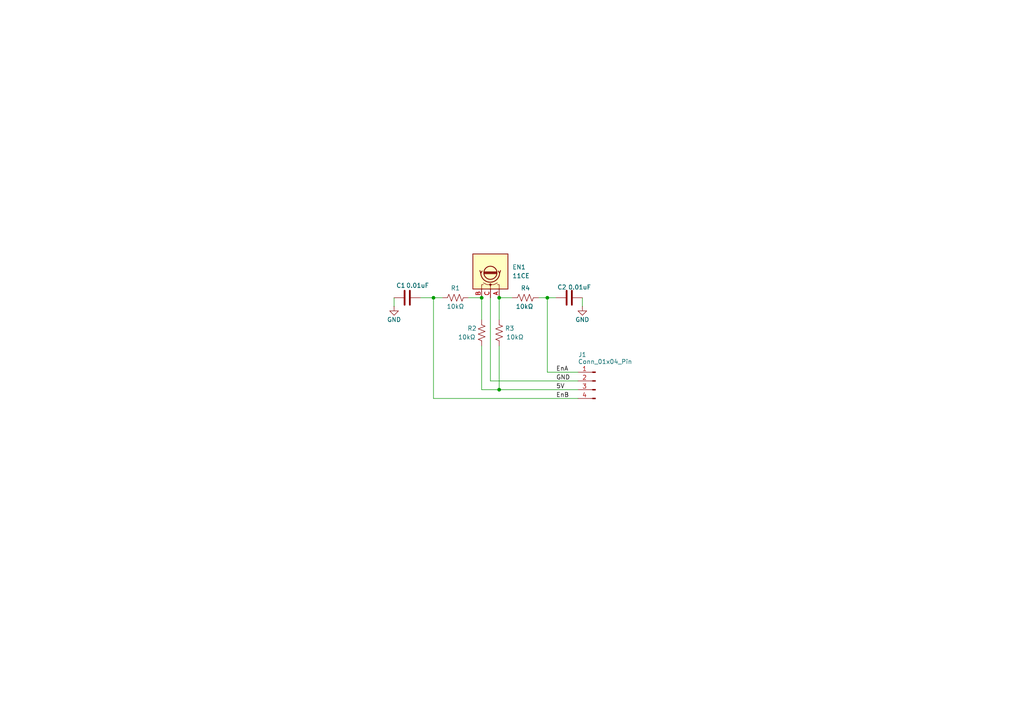
<source format=kicad_sch>
(kicad_sch (version 20250114) (generator "eeschema") (generator_version "9.0")
  (paper "A4")
  (lib_symbols
    (symbol "Connector:Conn_01x04_Pin" (pin_names (offset 1.016) (hide yes))
      (property "Reference" "J" (at 0 5.08 0))
      (property "Value" "Conn_01x04_Pin" (at 0 -7.62 0))
      (symbol "Conn_01x04_Pin_1_1"
        (rectangle (start 0.8636 2.667) (end 0 2.413) (stroke (width 0.1524)) (fill (type outline)))
        (rectangle (start 0.8636 0.127) (end 0 -0.127) (stroke (width 0.1524)) (fill (type outline)))
        (rectangle (start 0.8636 -2.413) (end 0 -2.667) (stroke (width 0.1524)) (fill (type outline)))
        (rectangle (start 0.8636 -4.953) (end 0 -5.207) (stroke (width 0.1524)) (fill (type outline)))
        (polyline (pts (xy 1.27 2.54) (xy 0.8636 2.54)) (stroke (width 0.1524)))
        (polyline (pts (xy 1.27 0) (xy 0.8636 0)) (stroke (width 0.1524)))
        (polyline (pts (xy 1.27 -2.54) (xy 0.8636 -2.54)) (stroke (width 0.1524)))
        (polyline (pts (xy 1.27 -5.08) (xy 0.8636 -5.08)) (stroke (width 0.1524)))
        (pin passive line (at 5.08 2.54 180) (length 3.81) (name "Pin_1") (number "1"))
        (pin passive line (at 5.08 0 180) (length 3.81) (name "Pin_2") (number "2"))
        (pin passive line (at 5.08 -2.54 180) (length 3.81) (name "Pin_3") (number "3"))
        (pin passive line (at 5.08 -5.08 180) (length 3.81) (name "Pin_4") (number "4"))
      )
    )
    (symbol "Device:C" (pin_numbers (hide yes)) (pin_names (offset 0.254))
      (property "Reference" "C" (at 0.635 2.54 0))
      (property "Value" "C" (at 0.635 -2.54 0))
      (symbol "C_0_1"
        (polyline (pts (xy -2.032 0.762) (xy 2.032 0.762)) (stroke (width 0.508)))
        (polyline (pts (xy -2.032 -0.762) (xy 2.032 -0.762)) (stroke (width 0.508)))
      )
      (symbol "C_1_1"
        (pin passive line (at 0 3.81 270) (length 2.794) (name "~") (number "1"))
        (pin passive line (at 0 -3.81 90) (length 2.794) (name "~") (number "2"))
      )
    )
    (symbol "Device:R_US" (pin_numbers (hide yes)) (pin_names (offset 0))
      (property "Reference" "R" (at 2.54 0 90))
      (property "Value" "R_US" (at -2.54 0 90))
      (symbol "R_US_0_1"
        (polyline (pts (xy 0 2.286) (xy 0 2.54)))
        (polyline (pts (xy 0 2.286) (xy 1.016 1.905) (xy 0 1.524) (xy -1.016 1.143) (xy 0 0.762)))
        (polyline (pts (xy 0 0.762) (xy 1.016 0.381) (xy 0 0) (xy -1.016 -0.381) (xy 0 -0.762)))
        (polyline (pts (xy 0 -0.762) (xy 1.016 -1.143) (xy 0 -1.524) (xy -1.016 -1.905) (xy 0 -2.286)))
        (polyline (pts (xy 0 -2.286) (xy 0 -2.54)))
      )
      (symbol "R_US_1_1"
        (pin passive line (at 0 3.81 270) (length 1.27) (name "~") (number "1"))
        (pin passive line (at 0 -3.81 90) (length 1.27) (name "~") (number "2"))
      )
    )
    (symbol "Device:RotaryEncoder" (pin_names (offset 0.254) (hide yes))
      (property "Reference" "SW" (at 0 6.604 0))
      (property "Value" "RotaryEncoder" (at 0 -6.604 0))
      (symbol "RotaryEncoder_0_1"
        (rectangle (start -5.08 5.08) (end 5.08 -5.08) (stroke (width 0.254)) (fill (type background)))
        (polyline (pts (xy -5.08 2.54) (xy -3.81 2.54) (xy -3.81 2.032)))
        (polyline (pts (xy -5.08 0) (xy -3.81 0) (xy -3.81 -1.016) (xy -3.302 -2.032)))
        (polyline (pts (xy -5.08 -2.54) (xy -3.81 -2.54) (xy -3.81 -2.032)))
        (polyline (pts (xy -4.318 0) (xy -3.81 0) (xy -3.81 1.016) (xy -3.302 2.032)))
        (circle (center -3.81 0) (radius 0.254) (fill (type outline)))
        (polyline (pts (xy -0.635 -1.778) (xy -0.635 1.778)) (stroke (width 0.254)))
        (circle (center -0.381 0) (radius 1.905) (stroke (width 0.254)))
        (polyline (pts (xy -0.381 -1.778) (xy -0.381 1.778)) (stroke (width 0.254)))
        (arc (start -0.381 -2.794) (mid -3.0988 -0.0635) (end -0.381 2.667) (stroke (width 0.254)))
        (polyline (pts (xy -0.127 1.778) (xy -0.127 -1.778)) (stroke (width 0.254)))
        (polyline (pts (xy 0.254 2.921) (xy -0.508 2.667) (xy 0.127 2.286)) (stroke (width 0.254)))
        (polyline (pts (xy 0.254 -3.048) (xy -0.508 -2.794) (xy 0.127 -2.413)) (stroke (width 0.254)))
      )
      (symbol "RotaryEncoder_1_1"
        (pin passive line (at -7.62 2.54 0) (length 2.54) (name "A") (number "A"))
        (pin passive line (at -7.62 0 0) (length 2.54) (name "C") (number "C"))
        (pin passive line (at -7.62 -2.54 0) (length 2.54) (name "B") (number "B"))
      )
    )
    (symbol "power:GND" (power) (pin_numbers (hide yes)) (pin_names (offset 0) (hide yes))
      (property "Value" "GND" (at 0 -3.81 0))
      (symbol "GND_0_1"
        (polyline (pts (xy 0 0) (xy 0 -1.27) (xy 1.27 -1.27) (xy 0 -2.54) (xy -1.27 -1.27) (xy 0 -1.27)))
      )
      (symbol "GND_1_1"
        (pin power_in line (at 0 0 270) (length 0) (name "~") (number "1"))
      )
    )
  )
  (junction (at 158.75 86.36))
  (junction (at 144.78 113.03))
  (junction (at 139.7 86.36))
  (junction (at 125.73 86.36))
  (junction (at 144.78 86.36))
  (wire (pts (xy 121.92 86.36) (xy 125.73 86.36)))
  (wire (pts (xy 167.64 110.49) (xy 142.24 110.49)))
  (wire (pts (xy 167.64 107.95) (xy 158.75 107.95)))
  (wire (pts (xy 125.73 115.57) (xy 167.64 115.57)))
  (wire (pts (xy 144.78 113.03) (xy 139.7 113.03)))
  (wire (pts (xy 161.29 86.36) (xy 158.75 86.36)))
  (wire (pts (xy 168.91 88.9) (xy 168.91 86.36)))
  (wire (pts (xy 125.73 86.36) (xy 125.73 115.57)))
  (wire (pts (xy 144.78 86.36) (xy 148.59 86.36)))
  (wire (pts (xy 142.24 110.49) (xy 142.24 86.36)))
  (wire (pts (xy 156.21 86.36) (xy 158.75 86.36)))
  (wire (pts (xy 144.78 86.36) (xy 144.78 92.71)))
  (wire (pts (xy 114.3 88.9) (xy 114.3 86.36)))
  (wire (pts (xy 144.78 100.33) (xy 144.78 113.03)))
  (wire (pts (xy 139.7 86.36) (xy 139.7 92.71)))
  (wire (pts (xy 125.73 86.36) (xy 128.27 86.36)))
  (wire (pts (xy 158.75 107.95) (xy 158.75 86.36)))
  (wire (pts (xy 139.7 100.33) (xy 139.7 113.03)))
  (wire (pts (xy 135.89 86.36) (xy 139.7 86.36)))
  (wire (pts (xy 167.64 113.03) (xy 144.78 113.03)))
  (label "EnA" (at 161.29 107.95 0))
  (label "EnB" (at 161.29 115.57 0))
  (label "5V" (at 161.29 113.03 0))
  (label "GND" (at 161.29 110.49 0))
  (symbol (lib_id "Device:R_US") (at 139.7 96.52 0) (unit 1)
    (property "Reference" "R2" (at 136.906 95.25 0))
    (property "Value" "10kΩ" (at 135.382 97.79 0))
    (property "Footprint" "Resistor_SMD:R_0805_2012Metric_Pad1.20x1.40mm_HandSolder" (effects (hide yes)))
    (property "Description" "Resistor, US symbol" (effects (hide yes)))
  )
  (symbol (lib_id "power:GND") (at 168.91 88.9 0) (unit 1)
    (property "Reference" "#PWR09" (effects (hide yes)))
    (property "Value" "GND" (at 170.942 92.71 0) (effects (justify right)))
    (property "Description" "Power symbol creates a global label with name \"GND\" , ground" (effects (hide yes)))
  )
  (symbol (lib_id "Device:C") (at 118.11 86.36 90) (mirror x) (unit 1)
    (property "Reference" "C1" (at 117.602 82.804 90) (effects (justify left)))
    (property "Value" "0.01uF" (at 124.46 82.804 90) (effects (justify left)))
    (property "Footprint" "Capacitor_SMD:C_0805_2012Metric_Pad1.18x1.45mm_HandSolder" (effects (hide yes)))
    (property "Description" "Unpolarized capacitor" (effects (hide yes)))
  )
  (symbol (lib_id "Device:C") (at 165.1 86.36 90) (unit 1)
    (property "Reference" "C2" (at 164.338 83.312 90) (effects (justify left)))
    (property "Value" "0.01uF" (at 171.45 83.312 90) (effects (justify left)))
    (property "Footprint" "Capacitor_SMD:C_0805_2012Metric_Pad1.18x1.45mm_HandSolder" (effects (hide yes)))
    (property "Description" "Unpolarized capacitor" (effects (hide yes)))
  )
  (symbol (lib_id "Connector:Conn_01x04_Pin") (at 172.72 110.49 0) (mirror y) (unit 1)
    (property "Reference" "J1" (at 168.91 102.87 0))
    (property "Value" "Conn_01x04_Pin" (at 175.514 104.902 0))
    (property "Footprint" "Connector_JST:JST_EH_S4B-EH_1x04_P2.50mm_Horizontal" (effects (hide yes)))
    (property "Description" "Generic connector, single row, 01x04, script generated" (effects (hide yes)))
  )
  (symbol (lib_id "Device:R_US") (at 132.08 86.36 270) (unit 1)
    (property "Reference" "R1" (at 132.08 83.566 90))
    (property "Value" "10kΩ" (at 132.08 88.9 90))
    (property "Footprint" "Resistor_SMD:R_0805_2012Metric_Pad1.20x1.40mm_HandSolder" (effects (hide yes)))
    (property "Description" "Resistor, US symbol" (effects (hide yes)))
  )
  (symbol (lib_id "Device:R_US") (at 152.4 86.36 270) (unit 1)
    (property "Reference" "R4" (at 152.4 83.566 90))
    (property "Value" "10kΩ" (at 152.146 88.9 90))
    (property "Footprint" "Resistor_SMD:R_0805_2012Metric_Pad1.20x1.40mm_HandSolder" (effects (hide yes)))
    (property "Description" "Resistor, US symbol" (effects (hide yes)))
  )
  (symbol (lib_id "Device:RotaryEncoder") (at 142.24 78.74 270) (mirror x) (unit 1)
    (property "Reference" "EN1" (at 148.59 77.4699 90) (effects (justify left)))
    (property "Value" "11CE" (at 148.59 80.0099 90) (effects (justify left)))
    (property "Footprint" "11CEY25F243A:RotaryEncoder_CTS_11CE_NoSwitch" (effects (hide yes)))
    (property "Description" "Rotary encoder, dual channel, incremental quadrate outputs" (effects (hide yes)))
  )
  (symbol (lib_id "Device:R_US") (at 144.78 96.52 0) (unit 1)
    (property "Reference" "R3" (at 147.828 95.25 0))
    (property "Value" "10kΩ" (at 149.352 97.79 0))
    (property "Footprint" "Resistor_SMD:R_0805_2012Metric_Pad1.20x1.40mm_HandSolder" (effects (hide yes)))
    (property "Description" "Resistor, US symbol" (effects (hide yes)))
  )
  (symbol (lib_id "power:GND") (at 114.3 88.9 0) (unit 1)
    (property "Reference" "#PWR06" (effects (hide yes)))
    (property "Value" "GND" (at 116.332 92.71 0) (effects (justify right)))
    (property "Description" "Power symbol creates a global label with name \"GND\" , ground" (effects (hide yes)))
  )
)
</source>
